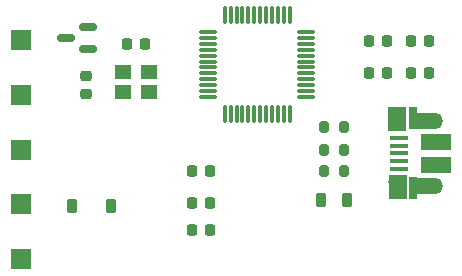
<source format=gbr>
%TF.GenerationSoftware,KiCad,Pcbnew,8.0.4+dfsg-1*%
%TF.CreationDate,2024-12-04T17:14:15+00:00*%
%TF.ProjectId,single-sided-radio-interface,73696e67-6c65-42d7-9369-6465642d7261,rev?*%
%TF.SameCoordinates,Original*%
%TF.FileFunction,Soldermask,Top*%
%TF.FilePolarity,Negative*%
%FSLAX46Y46*%
G04 Gerber Fmt 4.6, Leading zero omitted, Abs format (unit mm)*
G04 Created by KiCad (PCBNEW 8.0.4+dfsg-1) date 2024-12-04 17:14:15*
%MOMM*%
%LPD*%
G01*
G04 APERTURE LIST*
G04 Aperture macros list*
%AMRoundRect*
0 Rectangle with rounded corners*
0 $1 Rounding radius*
0 $2 $3 $4 $5 $6 $7 $8 $9 X,Y pos of 4 corners*
0 Add a 4 corners polygon primitive as box body*
4,1,4,$2,$3,$4,$5,$6,$7,$8,$9,$2,$3,0*
0 Add four circle primitives for the rounded corners*
1,1,$1+$1,$2,$3*
1,1,$1+$1,$4,$5*
1,1,$1+$1,$6,$7*
1,1,$1+$1,$8,$9*
0 Add four rect primitives between the rounded corners*
20,1,$1+$1,$2,$3,$4,$5,0*
20,1,$1+$1,$4,$5,$6,$7,0*
20,1,$1+$1,$6,$7,$8,$9,0*
20,1,$1+$1,$8,$9,$2,$3,0*%
G04 Aperture macros list end*
%ADD10R,1.400000X1.200000*%
%ADD11RoundRect,0.075000X-0.075000X0.662500X-0.075000X-0.662500X0.075000X-0.662500X0.075000X0.662500X0*%
%ADD12RoundRect,0.075000X-0.662500X0.075000X-0.662500X-0.075000X0.662500X-0.075000X0.662500X0.075000X0*%
%ADD13RoundRect,0.200000X-0.200000X-0.275000X0.200000X-0.275000X0.200000X0.275000X-0.200000X0.275000X0*%
%ADD14RoundRect,0.200000X0.200000X0.275000X-0.200000X0.275000X-0.200000X-0.275000X0.200000X-0.275000X0*%
%ADD15RoundRect,0.150000X0.587500X0.150000X-0.587500X0.150000X-0.587500X-0.150000X0.587500X-0.150000X0*%
%ADD16RoundRect,0.218750X-0.218750X-0.381250X0.218750X-0.381250X0.218750X0.381250X-0.218750X0.381250X0*%
%ADD17R,1.700000X1.700000*%
%ADD18RoundRect,0.225000X-0.225000X-0.375000X0.225000X-0.375000X0.225000X0.375000X-0.225000X0.375000X0*%
%ADD19RoundRect,0.225000X-0.225000X-0.250000X0.225000X-0.250000X0.225000X0.250000X-0.225000X0.250000X0*%
%ADD20RoundRect,0.225000X0.225000X0.250000X-0.225000X0.250000X-0.225000X-0.250000X0.225000X-0.250000X0*%
%ADD21RoundRect,0.225000X0.250000X-0.225000X0.250000X0.225000X-0.250000X0.225000X-0.250000X-0.225000X0*%
%ADD22R,1.650000X0.400000*%
%ADD23R,0.700000X1.825000*%
%ADD24R,1.500000X2.000000*%
%ADD25R,2.000000X1.350000*%
%ADD26O,1.700000X1.350000*%
%ADD27O,1.500000X1.100000*%
%ADD28R,2.500000X1.430000*%
G04 APERTURE END LIST*
D10*
%TO.C,Y1*%
X84650000Y-65350000D03*
X86850000Y-65350000D03*
X86850000Y-63650000D03*
X84650000Y-63650000D03*
%TD*%
D11*
%TO.C,U1*%
X98750000Y-58837500D03*
X98250000Y-58837500D03*
X97750000Y-58837500D03*
X97250000Y-58837500D03*
X96750000Y-58837500D03*
X96250000Y-58837500D03*
X95750000Y-58837500D03*
X95250000Y-58837500D03*
X94750000Y-58837500D03*
X94250000Y-58837500D03*
X93750000Y-58837500D03*
X93250000Y-58837500D03*
D12*
X91837500Y-60250000D03*
X91837500Y-60750000D03*
X91837500Y-61250000D03*
X91837500Y-61750000D03*
X91837500Y-62250000D03*
X91837500Y-62750000D03*
X91837500Y-63250000D03*
X91837500Y-63750000D03*
X91837500Y-64250000D03*
X91837500Y-64750000D03*
X91837500Y-65250000D03*
X91837500Y-65750000D03*
D11*
X93250000Y-67162500D03*
X93750000Y-67162500D03*
X94250000Y-67162500D03*
X94750000Y-67162500D03*
X95250000Y-67162500D03*
X95750000Y-67162500D03*
X96250000Y-67162500D03*
X96750000Y-67162500D03*
X97250000Y-67162500D03*
X97750000Y-67162500D03*
X98250000Y-67162500D03*
X98750000Y-67162500D03*
D12*
X100162500Y-65750000D03*
X100162500Y-65250000D03*
X100162500Y-64750000D03*
X100162500Y-64250000D03*
X100162500Y-63750000D03*
X100162500Y-63250000D03*
X100162500Y-62750000D03*
X100162500Y-62250000D03*
X100162500Y-61750000D03*
X100162500Y-61250000D03*
X100162500Y-60750000D03*
X100162500Y-60250000D03*
%TD*%
D13*
%TO.C,R3*%
X101675000Y-68250000D03*
X103325000Y-68250000D03*
%TD*%
D14*
%TO.C,R2*%
X103325000Y-70250000D03*
X101675000Y-70250000D03*
%TD*%
D13*
%TO.C,R1*%
X101675000Y-72000000D03*
X103325000Y-72000000D03*
%TD*%
D15*
%TO.C,Q1*%
X81687500Y-61700000D03*
X81687500Y-59800000D03*
X79812500Y-60750000D03*
%TD*%
D16*
%TO.C,L1*%
X101437500Y-74500000D03*
X103562500Y-74500000D03*
%TD*%
D17*
%TO.C,J9*%
X76000000Y-79500000D03*
%TD*%
%TO.C,J8*%
X76000000Y-74850000D03*
%TD*%
%TO.C,J7*%
X76000000Y-70200000D03*
%TD*%
%TO.C,J6*%
X76000000Y-65550000D03*
%TD*%
%TO.C,J5*%
X76000000Y-60900000D03*
%TD*%
D18*
%TO.C,D1*%
X80350000Y-75000000D03*
X83650000Y-75000000D03*
%TD*%
D19*
%TO.C,C9*%
X92025000Y-74750000D03*
X90475000Y-74750000D03*
%TD*%
%TO.C,C8*%
X90475000Y-72000000D03*
X92025000Y-72000000D03*
%TD*%
%TO.C,C7*%
X90475000Y-77000000D03*
X92025000Y-77000000D03*
%TD*%
D20*
%TO.C,C6*%
X110525000Y-63750000D03*
X108975000Y-63750000D03*
%TD*%
%TO.C,C5*%
X108975000Y-61000000D03*
X110525000Y-61000000D03*
%TD*%
D19*
%TO.C,C4*%
X107025000Y-61000000D03*
X105475000Y-61000000D03*
%TD*%
%TO.C,C3*%
X107025000Y-63750000D03*
X105475000Y-63750000D03*
%TD*%
%TO.C,C2*%
X84975000Y-61250000D03*
X86525000Y-61250000D03*
%TD*%
D21*
%TO.C,C1*%
X81500000Y-65525000D03*
X81500000Y-63975000D03*
%TD*%
D22*
%TO.C,J10*%
X107985000Y-71825000D03*
X107985000Y-71175000D03*
X107985000Y-70525000D03*
X107985000Y-69875000D03*
X107985000Y-69225000D03*
D23*
X109185000Y-73475000D03*
D24*
X107885000Y-73375000D03*
D25*
X109935000Y-73255000D03*
D26*
X110865000Y-73255000D03*
D27*
X107865000Y-72945000D03*
D28*
X111135000Y-71485000D03*
X111135000Y-69565000D03*
D27*
X107865000Y-68105000D03*
D26*
X110865000Y-67795000D03*
D25*
X109935000Y-67775000D03*
D24*
X107865000Y-67625000D03*
D23*
X109185000Y-67525000D03*
%TD*%
M02*

</source>
